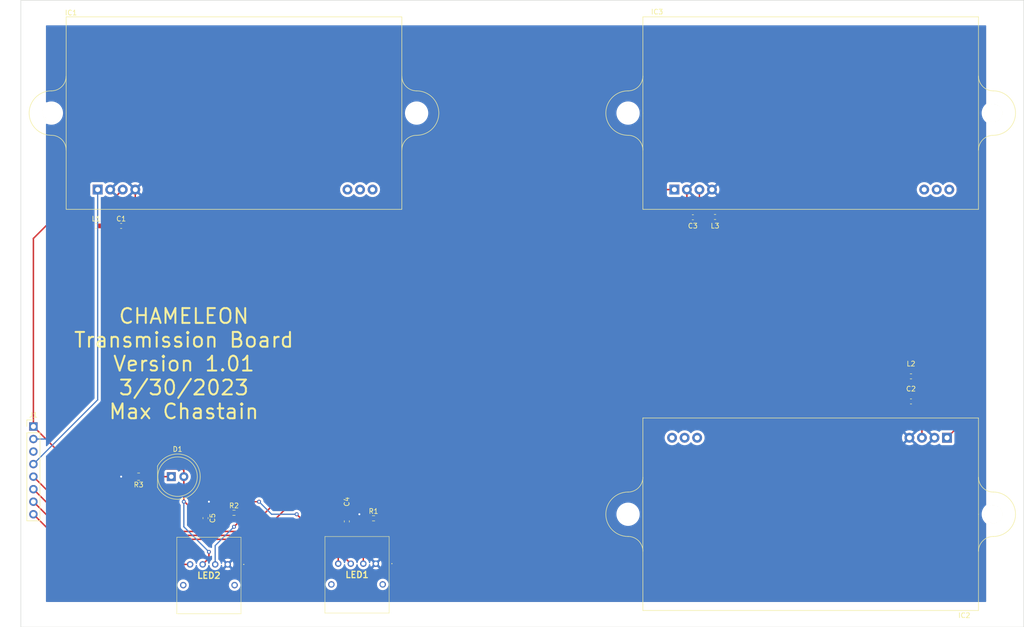
<source format=kicad_pcb>
(kicad_pcb (version 20211014) (generator pcbnew)
  (layers (0 "F.Cu" signal) (31 "B.Cu" signal) (34 "B.Paste" user) (35 "F.Paste" user) (36 "B.SilkS" user "B.Silkscreen") (37 "F.SilkS" user "F.Silkscreen") (38 "B.Mask" user) (39 "F.Mask" user) (44 "Edge.Cuts" user))
  (net 0 "")
  (net 1 "Net-(C1-Pad1)")
  (net 2 "GND")
  (net 3 "Net-(C2-Pad1)")
  (net 4 "Net-(C3-Pad1)")
  (net 5 "OUT1")
  (net 6 "OUT2")
  (net 7 "OUT3")
  (net 9 "IN1")
  (net 10 "IN2")
  (net 11 "Net-(LED1-Pad2)")
  (net 14 "Net-(LED2-Pad2)")
  (net 17 "VCC")
  (net 18 "Net-(D1-Pad1)")
  (footprint "Audio_Module:Reverb_BTDR-1H" (layer "F.Cu") (at 157.8 63.76)
    (fp_text reference "IC3" (at -3.5 -36) (layer "F.SilkS"))
    (fp_text value "TORX1950A_F_")
    (fp_line (start -6.38 4) (end 61.62 4) (layer "F.SilkS") (width 0.12))
    (fp_line (start -6.38 -15.5) (end -6.38 4) (layer "F.SilkS") (width 0.12))
    (fp_line (start 61.62 -35) (end 61.62 4) (layer "F.SilkS") (width 0.12))
    (fp_line (start -6.38 -15.5) (end -6.38 -35) (layer "F.SilkS") (width 0.12))
    (fp_line (start -6.38 -35) (end 61.62 -35) (layer "F.SilkS") (width 0.12))
    (fp_arc (start -9.38 -11) (mid -7.25868 -10.12132) (end -6.38 -8) (layer "F.SilkS") (width 0.12))
    (fp_arc (start 61.62 -8) (mid 62.49868 -10.12132) (end 64.62 -11) (layer "F.SilkS") (width 0.12))
    (fp_arc (start 64.62 -20) (mid 69.12 -15.5) (end 64.62 -11) (layer "F.SilkS") (width 0.12))
    (fp_arc (start -9.38 -11) (mid -13.88 -15.5) (end -9.38 -20) (layer "F.SilkS") (width 0.12))
    (fp_arc (start 64.62 -20) (mid 62.49868 -20.87868) (end 61.62 -23) (layer "F.SilkS") (width 0.12))
    (fp_arc (start -6.38 -23) (mid -7.25868 -20.87868) (end -9.38 -20) (layer "F.SilkS") (width 0.12))
    (fp_circle (center -9.38 -15.5) (end -7.63 -15.5) (layer "F.SilkS") (width 0.12) (fill none))
    (fp_circle (center 64.62 -15.5) (end 66.37 -15.5) (layer "F.SilkS") (width 0.12) (fill none))
    (pad "" np_thru_hole circle (at -9.38 -15.5) (size 3.7 3.7) (drill 3.7) (layers *.Cu *.Mask))
    (pad "" np_thru_hole circle (at 64.62 -15.5) (size 3.7 3.7) (drill 3.7) (layers *.Cu *.Mask))
    (pad "1" thru_hole rect (at 0 0) (size 2 2) (drill 1) (layers *.Cu *.Mask) (net 7 "OUT3"))
    (pad "2" thru_hole circle (at 2.54 0) (size 2 2) (drill 1) (layers *.Cu *.Mask) (net 2 "GND"))
    (pad "3" thru_hole circle (at 5.08 0) (size 2 2) (drill 1) (layers *.Cu *.Mask) (net 4 "Net-(C3-Pad1)"))
    (pad "4" thru_hole circle (at 7.62 0) (size 2 2) (drill 1) (layers *.Cu *.Mask) (net 2 "GND"))
    (pad "5" thru_hole circle (at 50.62 0) (size 2 2) (drill 1) (layers *.Cu *.Mask))
    (pad "6" thru_hole circle (at 53.16 0) (size 2 2) (drill 1) (layers *.Cu *.Mask))
    (pad "7" thru_hole circle (at 55.7 0) (size 2 2) (drill 1) (layers *.Cu *.Mask))
  )
  (footprint "KiCad:TOTX1950AF" (layer "F.Cu") (at 97.32 139.553733 180)
    (fp_text reference "LED1" (at 3.81 -2.25) (layer "F.SilkS") (effects (font (size 1.27 1.27) (thickness 0.254))))
    (fp_text value "TOTX1950A_F_" hide)
    (fp_line (start 10.31 -10) (end 10.31 5.5) (layer "F.SilkS") (width 0.1))
    (fp_line (start -2.69 5.5) (end -2.69 -10) (layer "F.SilkS") (width 0.1))
    (fp_line (start -3.3 0) (end -3.3 0) (layer "F.SilkS") (width 0.1))
    (fp_line (start 10.31 5.5) (end -2.69 5.5) (layer "F.SilkS") (width 0.1))
    (fp_line (start -2.69 -10) (end 10.31 -10) (layer "F.SilkS") (width 0.1))
    (fp_line (start -3.2 0) (end -3.2 0) (layer "F.SilkS") (width 0.1))
    (fp_arc (start -3.3 0) (mid -3.25 -0.05) (end -3.2 0) (layer "F.SilkS") (width 0.1))
    (fp_arc (start -3.2 0) (mid -3.25 0.05) (end -3.3 0) (layer "F.SilkS") (width 0.1))
    (pad "1" thru_hole circle locked (at 0 0 180) (size 1.303 1.303) (drill 0.76) (layers *.Cu *.Mask) (net 2 "GND"))
    (pad "2" thru_hole circle locked (at 2.54 0 180) (size 1.303 1.303) (drill 0.76) (layers *.Cu *.Mask) (net 11 "Net-(LED1-Pad2)"))
    (pad "3" thru_hole circle locked (at 5.08 0 180) (size 1.303 1.303) (drill 0.76) (layers *.Cu *.Mask) (net 17 "VCC"))
    (pad "4" thru_hole circle locked (at 7.62 0 180) (size 1.303 1.303) (drill 0.76) (layers *.Cu *.Mask) (net 9 "IN1"))
    (pad "5" thru_hole circle locked (at 9.01 -4.2 180) (size 1.3 1.3) (drill 0.8) (layers *.Cu *.Mask))
    (pad "6" thru_hole circle locked (at -1.39 -4.2 180) (size 1.3 1.3) (drill 0.8) (layers *.Cu *.Mask))
  )
  (footprint "Inductor_SMD:L_0603_1608Metric_Pad1.05x0.95mm_HandSolder" (layer "F.Cu") (at 40.64 71.12)
    (fp_text reference "L1" (at 0 -1.43) (layer "F.SilkS"))
    (fp_text value "47u")
    (fp_line (start -0.171267 -0.51) (end 0.171267 -0.51) (layer "F.SilkS") (width 0.12))
    (fp_line (start -0.171267 0.51) (end 0.171267 0.51) (layer "F.SilkS") (width 0.12))
    (pad "1" smd roundrect (at -0.875 0) (size 1.05 0.95) (layers "F.Cu" "F.Paste" "F.Mask") (net 17 "VCC"))
    (pad "2" smd roundrect (at 0.875 0) (size 1.05 0.95) (layers "F.Cu" "F.Paste" "F.Mask") (net 1 "Net-(C1-Pad1)"))
  )
  (footprint "Capacitor_SMD:C_0603_1608Metric_Pad1.08x0.95mm_HandSolder" (layer "F.Cu") (at 62.81 130.323767 -90)
    (fp_text reference "C5" (at 0 -1.43 90) (layer "F.SilkS"))
    (fp_text value "0.1u")
    (fp_line (start -0.146267 -0.51) (end 0.146267 -0.51) (layer "F.SilkS") (width 0.12))
    (fp_line (start -0.146267 0.51) (end 0.146267 0.51) (layer "F.SilkS") (width 0.12))
    (pad "1" smd roundrect (at -0.8625 0 270) (size 1.075 0.95) (layers "F.Cu" "F.Paste" "F.Mask") (net 2 "GND"))
    (pad "2" smd roundrect (at 0.8625 0 270) (size 1.075 0.95) (layers "F.Cu" "F.Paste" "F.Mask") (net 17 "VCC"))
  )
  (footprint "Resistor_SMD:R_0603_1608Metric_Pad0.98x0.95mm_HandSolder" (layer "F.Cu") (at 96.85362 130.366233)
    (fp_text reference "R1" (at 0 -1.43) (layer "F.SilkS"))
    (fp_text value "5.6k")
    (fp_line (start -0.254724 0.5225) (end 0.254724 0.5225) (layer "F.SilkS") (width 0.12))
    (fp_line (start -0.254724 -0.5225) (end 0.254724 -0.5225) (layer "F.SilkS") (width 0.12))
    (pad "1" smd roundrect (at -0.9125 0) (size 0.975 0.95) (layers "F.Cu" "F.Paste" "F.Mask") (net 17 "VCC"))
    (pad "2" smd roundrect (at 0.9125 0) (size 0.975 0.95) (layers "F.Cu" "F.Paste" "F.Mask") (net 11 "Net-(LED1-Pad2)"))
  )
  (footprint "Capacitor_SMD:C_0603_1608Metric_Pad1.08x0.95mm_HandSolder" (layer "F.Cu") (at 161.545068 69.37 180)
    (fp_text reference "C3" (at 0 -1.75) (layer "F.SilkS"))
    (fp_text value "0.1u")
    (fp_line (start -0.146267 0.51) (end 0.146267 0.51) (layer "F.SilkS") (width 0.12))
    (fp_line (start -0.146267 -0.51) (end 0.146267 -0.51) (layer "F.SilkS") (width 0.12))
    (pad "1" smd roundrect (at -0.8625 0 180) (size 1.075 0.95) (layers "F.Cu" "F.Paste" "F.Mask") (net 4 "Net-(C3-Pad1)"))
    (pad "2" smd roundrect (at 0.8625 0 180) (size 1.075 0.95) (layers "F.Cu" "F.Paste" "F.Mask") (net 2 "GND"))
  )
  (footprint "Audio_Module:Reverb_BTDR-1H" (layer "F.Cu") (at 213.04 114.04 180)
    (fp_text reference "IC2" (at -3.5 -36) (layer "F.SilkS"))
    (fp_text value "TORX1950A_F_")
    (fp_line (start -6.38 -15.5) (end -6.38 -35) (layer "F.SilkS") (width 0.12))
    (fp_line (start 61.62 -35) (end 61.62 4) (layer "F.SilkS") (width 0.12))
    (fp_line (start -6.38 -35) (end 61.62 -35) (layer "F.SilkS") (width 0.12))
    (fp_line (start -6.38 -15.5) (end -6.38 4) (layer "F.SilkS") (width 0.12))
    (fp_line (start -6.38 4) (end 61.62 4) (layer "F.SilkS") (width 0.12))
    (fp_arc (start 64.62 -20) (mid 62.49868 -20.87868) (end 61.62 -23) (layer "F.SilkS") (width 0.12))
    (fp_arc (start -9.38 -11) (mid -13.88 -15.5) (end -9.38 -20) (layer "F.SilkS") (width 0.12))
    (fp_arc (start -6.38 -23) (mid -7.25868 -20.87868) (end -9.38 -20) (layer "F.SilkS") (width 0.12))
    (fp_arc (start 64.62 -20) (mid 69.12 -15.5) (end 64.62 -11) (layer "F.SilkS") (width 0.12))
    (fp_arc (start -9.38 -11) (mid -7.25868 -10.12132) (end -6.38 -8) (layer "F.SilkS") (width 0.12))
    (fp_arc (start 61.62 -8) (mid 62.49868 -10.12132) (end 64.62 -11) (layer "F.SilkS") (width 0.12))
    (fp_circle (center -9.38 -15.5) (end -7.63 -15.5) (layer "F.SilkS") (width 0.12) (fill none))
    (fp_circle (center 64.62 -15.5) (end 66.37 -15.5) (layer "F.SilkS") (width 0.12) (fill none))
    (pad "" np_thru_hole circle (at 64.62 -15.5 180) (size 3.7 3.7) (drill 3.7) (layers *.Cu *.Mask))
    (pad "" np_thru_hole circle (at -9.38 -15.5 180) (size 3.7 3.7) (drill 3.7) (layers *.Cu *.Mask))
    (pad "1" thru_hole rect (at 0 0 180) (size 2 2) (drill 1) (layers *.Cu *.Mask) (net 6 "OUT2"))
    (pad "2" thru_hole circle (at 2.54 0 180) (size 2 2) (drill 1) (layers *.Cu *.Mask) (net 2 "GND"))
    (pad "3" thru_hole circle (at 5.08 0 180) (size 2 2) (drill 1) (layers *.Cu *.Mask) (net 3 "Net-(C2-Pad1)"))
    (pad "4" thru_hole circle (at 7.62 0 180) (size 2 2) (drill 1) (layers *.Cu *.Mask) (net 2 "GND"))
    (pad "5" thru_hole circle (at 50.62 0 180) (size 2 2) (drill 1) (layers *.Cu *.Mask))
    (pad "6" thru_hole circle (at 53.16 0 180) (size 2 2) (drill 1) (layers *.Cu *.Mask))
    (pad "7" thru_hole circle (at 55.7 0 180) (size 2 2) (drill 1) (layers *.Cu *.Mask))
  )
  (footprint "Inductor_SMD:L_0603_1608Metric_Pad1.05x0.95mm_HandSolder" (layer "F.Cu") (at 205.74 101.6)
    (fp_text reference "L2" (at 0 -2.54) (layer "F.SilkS"))
    (fp_text value "47u")
    (fp_line (start -0.171267 -0.51) (end 0.171267 -0.51) (layer "F.SilkS") (width 0.12))
    (fp_line (start -0.171267 0.51) (end 0.171267 0.51) (layer "F.SilkS") (width 0.12))
    (pad "1" smd roundrect (at -0.875 0) (size 1.05 0.95) (layers "F.Cu" "F.Paste" "F.Mask") (net 17 "VCC"))
    (pad "2" smd roundrect (at 0.875 0) (size 1.05 0.95) (layers "F.Cu" "F.Paste" "F.Mask") (net 3 "Net-(C2-Pad1)"))
  )
  (footprint "Capacitor_SMD:C_0603_1608Metric_Pad1.08x0.95mm_HandSolder" (layer "F.Cu") (at 45.72 71.12)
    (fp_text reference "C1" (at 0 -1.43) (layer "F.SilkS"))
    (fp_text value "0.1u")
    (fp_line (start -0.146267 0.51) (end 0.146267 0.51) (layer "F.SilkS") (width 0.12))
    (fp_line (start -0.146267 -0.51) (end 0.146267 -0.51) (layer "F.SilkS") (width 0.12))
    (pad "1" smd roundrect (at -0.8625 0) (size 1.075 0.95) (layers "F.Cu" "F.Paste" "F.Mask") (net 1 "Net-(C1-Pad1)"))
    (pad "2" smd roundrect (at 0.8625 0) (size 1.075 0.95) (layers "F.Cu" "F.Paste" "F.Mask") (net 2 "GND"))
  )
  (footprint "Inductor_SMD:L_0603_1608Metric_Pad1.05x0.95mm_HandSolder" (layer "F.Cu") (at 166.04 69.31 180)
    (fp_text reference "L3" (at 0 -1.81) (layer "F.SilkS"))
    (fp_text value "47u")
    (fp_line (start -0.171267 -0.51) (end 0.171267 -0.51) (layer "F.SilkS") (width 0.12))
    (fp_line (start -0.171267 0.51) (end 0.171267 0.51) (layer "F.SilkS") (width 0.12))
    (pad "1" smd roundrect (at -0.875 0 180) (size 1.05 0.95) (layers "F.Cu" "F.Paste" "F.Mask") (net 17 "VCC"))
    (pad "2" smd roundrect (at 0.875 0 180) (size 1.05 0.95) (layers "F.Cu" "F.Paste" "F.Mask") (net 4 "Net-(C3-Pad1)"))
  )
  (footprint "Capacitor_SMD:C_0603_1608Metric_Pad1.08x0.95mm_HandSolder" (layer "F.Cu") (at 91.44 130.986233 -90)
    (fp_text reference "C4" (at -3.986233 0 90) (layer "F.SilkS"))
    (fp_text value "0.1u")
    (fp_line (start -0.146267 0.51) (end 0.146267 0.51) (layer "F.SilkS") (width 0.12))
    (fp_line (start -0.146267 -0.51) (end 0.146267 -0.51) (layer "F.SilkS") (width 0.12))
    (pad "1" smd roundrect (at -0.8625 0 270) (size 1.075 0.95) (layers "F.Cu" "F.Paste" "F.Mask") (net 2 "GND"))
    (pad "2" smd roundrect (at 0.8625 0 270) (size 1.075 0.95) (layers "F.Cu" "F.Paste" "F.Mask") (net 17 "VCC"))
  )
  (footprint "Resistor_SMD:R_0603_1608Metric_Pad0.98x0.95mm_HandSolder" (layer "F.Cu") (at 68.58 129.2375)
    (fp_text reference "R2" (at 0 -1.43) (layer "F.SilkS"))
    (fp_text value "5.6k")
    (fp_line (start -0.254724 -0.5225) (end 0.254724 -0.5225) (layer "F.SilkS") (width 0.12))
    (fp_line (start -0.254724 0.5225) (end 0.254724 0.5225) (layer "F.SilkS") (width 0.12))
    (pad "1" smd roundrect (at -0.9125 0) (size 0.975 0.95) (layers "F.Cu" "F.Paste" "F.Mask") (net 17 "VCC"))
    (pad "2" smd roundrect (at 0.9125 0) (size 0.975 0.95) (layers "F.Cu" "F.Paste" "F.Mask") (net 14 "Net-(LED2-Pad2)"))
  )
  (footprint "Audio_Module:Reverb_BTDR-1H" (layer "F.Cu") (at 40.96 63.76)
    (fp_text reference "IC1" (at -5.4 -35.82) (layer "F.SilkS"))
    (fp_text value "TORX1950A_F_")
    (fp_line (start -6.38 -15.5) (end -6.38 4) (layer "F.SilkS") (width 0.12))
    (fp_line (start -6.38 -15.5) (end -6.38 -35) (layer "F.SilkS") (width 0.12))
    (fp_line (start 61.62 -35) (end 61.62 4) (layer "F.SilkS") (width 0.12))
    (fp_line (start -6.38 -35) (end 61.62 -35) (layer "F.SilkS") (width 0.12))
    (fp_line (start -6.38 4) (end 61.62 4) (layer "F.SilkS") (width 0.12))
    (fp_arc (start 64.62 -20) (mid 62.49868 -20.87868) (end 61.62 -23) (layer "F.SilkS") (width 0.12))
    (fp_arc (start -6.38 -23) (mid -7.25868 -20.87868) (end -9.38 -20) (layer "F.SilkS") (width 0.12))
    (fp_arc (start 61.62 -8) (mid 62.49868 -10.12132) (end 64.62 -11) (layer "F.SilkS") (width 0.12))
    (fp_arc (start -9.38 -11) (mid -13.88 -15.5) (end -9.38 -20) (layer "F.SilkS") (width 0.12))
    (fp_arc (start -9.38 -11) (mid -7.25868 -10.12132) (end -6.38 -8) (layer "F.SilkS") (width 0.12))
    (fp_arc (start 64.62 -20) (mid 69.12 -15.5) (end 64.62 -11) (layer "F.SilkS") (width 0.12))
    (fp_circle (center 64.62 -15.5) (end 66.37 -15.5) (layer "F.SilkS") (width 0.12) (fill none))
    (fp_circle (center -9.38 -15.5) (end -7.63 -15.5) (layer "F.SilkS") (width 0.12) (fill none))
    (pad "" np_thru_hole circle (at -9.38 -15.5) (size 3.7 3.7) (drill 3.7) (layers *.Cu *.Mask))
    (pad "" np_thru_hole circle (at 64.62 -15.5) (size 3.7 3.7) (drill 3.7) (layers *.Cu *.Mask))
    (pad "1" thru_hole rect (at 0 0) (size 2 2) (drill 1) (layers *.Cu *.Mask) (net 5 "OUT1"))
    (pad "2" thru_hole circle (at 2.54 0) (size 2 2) (drill 1) (layers *.Cu *.Mask) (net 2 "GND"))
    (pad "3" thru_hole circle (at 5.08 0) (size 2 2) (drill 1) (layers *.Cu *.Mask) (net 1 "Net-(C1-Pad1)"))
    (pad "4" thru_hole circle (at 7.62 0) (size 2 2) (drill 1) (layers *.Cu *.Mask) (net 2 "GND"))
    (pad "5" thru_hole circle (at 50.62 0) (size 2 2) (drill 1) (layers *.Cu *.Mask))
    (pad "6" thru_hole circle (at 53.16 0) (size 2 2) (drill 1) (layers *.Cu *.Mask))
    (pad "7" thru_hole circle (at 55.7 0) (size 2 2) (drill 1) (layers *.Cu *.Mask))
  )
  (footprint "KiCad:TOTX1950AF" (layer "F.Cu") (at 67.31 139.7 180)
    (fp_text reference "LED2" (at 3.81 -2.25) (layer "F.SilkS") (effects (font (size 1.27 1.27) (thickness 0.254))))
    (fp_text value "TOTX1950A_F_" hide)
    (fp_line (start -2.69 -10) (end 10.31 -10) (layer "F.SilkS") (width 0.1))
    (fp_line (start 10.31 -10) (end 10.31 5.5) (layer "F.SilkS") (width 0.1))
    (fp_line (start -2.69 5.5) (end -2.69 -10) (layer "F.SilkS") (width 0.1))
    (fp_line (start 10.31 5.5) (end -2.69 5.5) (layer "F.SilkS") (width 0.1))
    (fp_line (start -3.2 0) (end -3.2 0) (layer "F.SilkS") (width 0.1))
    (fp_line (start -3.3 0) (end -3.3 0) (layer "F.SilkS") (width 0.1))
    (fp_arc (start -3.3 0) (mid -3.25 -0.05) (end -3.2 0) (layer "F.SilkS") (width 0.1))
    (fp_arc (start -3.2 0) (mid -3.25 0.05) (end -3.3 0) (layer "F.SilkS") (width 0.1))
    (pad "1" thru_hole circle locked (at 0 0 180) (size 1.303 1.303) (drill 0.76) (layers *.Cu *.Mask) (net 2 "GND"))
    (pad "2" thru_hole circle locked (at 2.54 0 180) (size 1.303 1.303) (drill 0.76) (layers *.Cu *.Mask) (net 14 "Net-(LED2-Pad2)"))
    (pad "3" thru_hole circle locked (at 5.08 0 180) (size 1.303 1.303) (drill 0.76) (layers *.Cu *.Mask) (net 17 "VCC"))
    (pad "4" thru_hole circle locked (at 7.62 0 180) (size 1.303 1.303) (drill 0.76) (layers *.Cu *.Mask) (net 10 "IN2"))
    (pad "5" thru_hole circle locked (at 9.01 -4.2 180) (size 1.3 1.3) (drill 0.8) (layers *.Cu *.Mask))
    (pad "6" thru_hole circle locked (at -1.39 -4.2 180) (size 1.3 1.3) (drill 0.8) (layers *.Cu *.Mask))
  )
  (footprint "LED_THT:LED_D8.0mm" (layer "F.Cu") (at 55.88 121.92)
    (fp_text reference "D1" (at 1.27 -5.56) (layer "F.SilkS"))
    (fp_text value "LED")
    (fp_line (start -2.79 -2.142) (end -2.79 2.142) (layer "F.SilkS") (width 0.12))
    (fp_arc (start -2.79 -2.141145) (mid 2.373119 -4.455472) (end 5.86 0.000486) (layer "F.SilkS") (width 0.12))
    (fp_arc (start 5.86 -0.000486) (mid 2.373119 4.455472) (end -2.79 2.141145) (layer "F.SilkS") (width 0.12))
    (fp_circle (center 1.27 0) (end 5.27 0) (layer "F.SilkS") (width 0.12) (fill none))
    (pad "1" thru_hole rect (at 0 0) (size 1.8 1.8) (drill 0.9) (layers *.Cu *.Mask) (net 18 "Net-(D1-Pad1)"))
    (pad "2" thru_hole circle (at 2.54 0) (size 1.8 1.8) (drill 0.9) (layers *.Cu *.Mask) (net 17 "VCC"))
  )
  (footprint "Resistor_SMD:R_0805_2012Metric_Pad1.20x1.40mm_HandSolder" (layer "F.Cu") (at 49.26 121.92 180)
    (fp_text reference "R3" (at 0 -1.65) (layer "F.SilkS"))
    (fp_text value "1.5k")
    (fp_line (start -0.227064 0.735) (end 0.227064 0.735) (layer "F.SilkS") (width 0.12))
    (fp_line (start -0.227064 -0.735) (end 0.227064 -0.735) (layer "F.SilkS") (width 0.12))
    (pad "1" smd roundrect (at -1 0 180) (size 1.2 1.4) (layers "F.Cu" "F.Paste" "F.Mask") (roundrect_rratio 0.208333) (net 18 "Net-(D1-Pad1)"))
    (pad "2" smd roundrect (at 1 0 180) (size 1.2 1.4) (layers "F.Cu" "F.Paste" "F.Mask") (roundrect_rratio 0.208333) (net 2 "GND"))
  )
  (footprint "Capacitor_SMD:C_0603_1608Metric_Pad1.08x0.95mm_HandSolder" (layer "F.Cu") (at 205.74 106.68 180)
    (fp_text reference "C2" (at 0 2.54) (layer "F.SilkS"))
    (fp_text value "0.1u")
    (fp_line (start -0.146267 -0.51) (end 0.146267 -0.51) (layer "F.SilkS") (width 0.12))
    (fp_line (start -0.146267 0.51) (end 0.146267 0.51) (layer "F.SilkS") (width 0.12))
    (pad "1" smd roundrect (at -0.8625 0 180) (size 1.075 0.95) (layers "F.Cu" "F.Paste" "F.Mask") (net 3 "Net-(C2-Pad1)"))
    (pad "2" smd roundrect (at 0.8625 0 180) (size 1.075 0.95) (layers "F.Cu" "F.Paste" "F.Mask") (net 2 "GND"))
  )
  (footprint "Connector_PinHeader_2.54mm:PinHeader_1x08_P2.54mm_Vertical" (layer "F.Cu") (at 27.94 111.76)
    (fp_text reference "J1" (at 0 -2.33) (layer "F.SilkS"))
    (fp_text value "Conn_01x08_Male")
    (fp_line (start -1.33 19.11) (end 1.33 19.11) (layer "F.SilkS") (width 0.12))
    (fp_line (start -1.33 0) (end -1.33 -1.33) (layer "F.SilkS") (width 0.12))
    (fp_line (start 1.33 1.27) (end 1.33 19.11) (layer "F.SilkS") (width 0.12))
    (fp_line (start -1.33 -1.33) (end 0 -1.33) (layer "F.SilkS") (width 0.12))
    (fp_line (start -1.33 1.27) (end 1.33 1.27) (layer "F.SilkS") (width 0.12))
    (fp_line (start -1.33 1.27) (end -1.33 19.11) (layer "F.SilkS") (width 0.12))
    (pad "1" thru_hole rect (at 0 0) (size 1.7 1.7) (drill 1) (layers *.Cu *.Mask) (net 17 "VCC"))
    (pad "2" thru_hole oval (at 0 2.54) (size 1.7 1.7) (drill 1) (layers *.Cu *.Mask) (net 2 "GND"))
    (pad "3" thru_hole oval (at 0 5.08) (size 1.7 1.7) (drill 1) (layers *.Cu *.Mask))
    (pad "4" thru_hole oval (at 0 7.62) (size 1.7 1.7) (drill 1) (layers *.Cu *.Mask) (net 5 "OUT1"))
    (pad "5" thru_hole oval (at 0 10.16) (size 1.7 1.7) (drill 1) (layers *.Cu *.Mask) (net 6 "OUT2"))
    (pad "6" thru_hole oval (at 0 12.7) (size 1.7 1.7) (drill 1) (layers *.Cu *.Mask) (net 7 "OUT3"))
    (pad "7" thru_hole oval (at 0 15.24) (size 1.7 1.7) (drill 1) (layers *.Cu *.Mask) (net 9 "IN1"))
    (pad "8" thru_hole oval (at 0 17.78) (size 1.7 1.7) (drill 1) (layers *.Cu *.Mask) (net 10 "IN2"))
  )
  (gr_rect (start 25.4 25.4) (end 228.6 152.4) (layer "Edge.Cuts") (width 0.1) (fill none))
  (gr_text "CHAMELEON\nTransmission Board\nVersion 1.01\n3/30/2023\nMax Chastain" (at 58.42 99.06) (layer "F.SilkS") (effects (font (size 3 3) (thickness 0.4))))
  (segment (start 44.8575 71.12) (end 41.515 71.12) (width 0.3) (layer "F.Cu") (net 1))
  (segment (start 46.04 63.76) (end 44.8575 64.9425) (width 0.3) (layer "F.Cu") (net 1))
  (segment (start 44.8575 64.9425) (end 44.8575 71.12) (width 0.3) (layer "F.Cu") (net 1))
  (segment (start 63.5 128.771267) (end 63.5 127) (width 0.3) (layer "F.Cu") (net 2))
  (segment (start 203.2 111.82) (end 205.42 114.04) (width 0.3) (layer "F.Cu") (net 2))
  (segment (start 48.26 121.92) (end 45.72 121.92) (width 0.3) (layer "F.Cu") (net 2))
  (segment (start 92.023733 129.54) (end 93.98 129.54) (width 0.25) (layer "F.Cu") (net 2))
  (segment (start 203.2 108.3575) (end 203.2 111.82) (width 0.3) (layer "F.Cu") (net 2))
  (segment (start 160.34 69.027432) (end 160.34 63.76) (width 0.3) (layer "F.Cu") (net 2))
  (segment (start 204.8775 106.68) (end 203.2 108.3575) (width 0.3) (layer "F.Cu") (net 2))
  (segment (start 46.5825 71.12) (end 48.58 69.1225) (width 0.3) (layer "F.Cu") (net 2))
  (segment (start 160.682568 69.37) (end 160.34 69.027432) (width 0.3) (layer "F.Cu") (net 2))
  (segment (start 48.58 69.1225) (end 48.58 63.76) (width 0.3) (layer "F.Cu") (net 2))
  (segment (start 91.44 130.123733) (end 92.023733 129.54) (width 0.25) (layer "F.Cu") (net 2))
  (segment (start 62.81 129.461267) (end 63.5 128.771267) (width 0.3) (layer "F.Cu") (net 2))
  (via (at 63.5 127) (size 0.8) (drill 0.4) (layers "F.Cu" "B.Cu") (net 2))
  (via (at 45.72 121.92) (size 0.8) (drill 0.4) (layers "F.Cu" "B.Cu") (net 2))
  (via (at 93.98 129.54) (size 0.8) (drill 0.4) (layers "F.Cu" "B.Cu") (net 2))
  (segment (start 27.94 114.3) (end 30.48 114.3) (width 0.25) (layer "B.Cu") (net 2))
  (segment (start 207.96 114.04) (end 207.96 108.0375) (width 0.3) (layer "F.Cu") (net 3))
  (segment (start 206.6025 101.6125) (end 206.6025 106.68) (width 0.3) (layer "F.Cu") (net 3))
  (segment (start 207.96 108.0375) (end 206.6025 106.68) (width 0.3) (layer "F.Cu") (net 3))
  (segment (start 206.615 101.6) (end 206.6025 101.6125) (width 0.3) (layer "F.Cu") (net 3))
  (segment (start 165.165 69.31) (end 162.467568 69.31) (width 0.3) (layer "F.Cu") (net 4))
  (segment (start 162.467568 69.31) (end 162.407568 69.37) (width 0.3) (layer "F.Cu") (net 4))
  (segment (start 162.407568 69.37) (end 162.88 68.897568) (width 0.3) (layer "F.Cu") (net 4))
  (segment (start 162.88 68.897568) (end 162.88 63.76) (width 0.3) (layer "F.Cu") (net 4))
  (segment (start 40.96 106.36) (end 27.94 119.38) (width 0.25) (layer "B.Cu") (net 5))
  (segment (start 40.96 63.76) (end 40.96 106.36) (width 0.25) (layer "B.Cu") (net 5))
  (segment (start 71.12 133.02) (end 143.18 60.96) (width 0.3) (layer "F.Cu") (net 6))
  (segment (start 213.033453 60.96) (end 215.15 63.076547) (width 0.3) (layer "F.Cu") (net 6))
  (segment (start 143.18 60.96) (end 213.033453 60.96) (width 0.3) (layer "F.Cu") (net 6))
  (segment (start 39.04 133.02) (end 71.12 133.02) (width 0.3) (layer "F.Cu") (net 6))
  (segment (start 27.94 121.92) (end 39.04 133.02) (width 0.3) (layer "F.Cu") (net 6))
  (segment (start 215.15 111.93) (end 213.04 114.04) (width 0.3) (layer "F.Cu") (net 6))
  (segment (start 215.15 63.076547) (end 215.15 111.93) (width 0.3) (layer "F.Cu") (net 6))
  (segment (start 73.66 133.82) (end 143.72 63.76) (width 0.3) (layer "F.Cu") (net 7))
  (segment (start 27.94 124.46) (end 37.3 133.82) (width 0.3) (layer "F.Cu") (net 7))
  (segment (start 37.3 133.82) (end 73.66 133.82) (width 0.3) (layer "F.Cu") (net 7))
  (segment (start 143.72 63.76) (end 157.8 63.76) (width 0.3) (layer "F.Cu") (net 7))
  (segment (start 27.94 127) (end 35.56 134.62) (width 0.3) (layer "F.Cu") (net 9))
  (segment (start 89.7 137.96) (end 89.7 139.553733) (width 0.3) (layer "F.Cu") (net 9))
  (segment (start 35.56 134.62) (end 86.36 134.62) (width 0.3) (layer "F.Cu") (net 9))
  (segment (start 86.36 134.62) (end 89.7 137.96) (width 0.3) (layer "F.Cu") (net 9))
  (segment (start 59.69 139.7) (end 38.1 139.7) (width 0.3) (layer "F.Cu") (net 10))
  (segment (start 38.1 139.7) (end 27.94 129.54) (width 0.3) (layer "F.Cu") (net 10))
  (segment (start 94.78 139.553733) (end 94.78 133.352353) (width 0.3) (layer "F.Cu") (net 11))
  (segment (start 94.78 133.352353) (end 97.76612 130.366233) (width 0.3) (layer "F.Cu") (net 11))
  (segment (start 69.4925 129.2375) (end 69.4925 131.1675) (width 0.3) (layer "F.Cu") (net 14))
  (segment (start 69.4925 131.1675) (end 68.58 132.08) (width 0.3) (layer "F.Cu") (net 14))
  (via (at 68.58 132.08) (size 0.8) (drill 0.4) (layers "F.Cu" "B.Cu") (net 14))
  (segment (start 64.77 139.7) (end 64.77 135.89) (width 0.25) (layer "B.Cu") (net 14))
  (segment (start 64.77 135.89) (end 68.58 132.08) (width 0.25) (layer "B.Cu") (net 14))
  (segment (start 67.6675 129.2375) (end 69.905 127) (width 0.25) (layer "F.Cu") (net 17))
  (segment (start 193.04 71.12) (end 204.865 82.945) (width 0.3) (layer "F.Cu") (net 17))
  (segment (start 63.5 138.43) (end 63.5 137.16) (width 0.3) (layer "F.Cu") (net 17))
  (segment (start 95.94112 130.366233) (end 94.45862 131.848733) (width 0.3) (layer "F.Cu") (net 17))
  (segment (start 27.94 111.76) (end 36.55 120.37) (width 0.3) (layer "F.Cu") (net 17))
  (segment (start 166.915 69.31) (end 166.91 69.31) (width 0.3) (layer "F.Cu") (net 17))
  (segment (start 166.91 69.31) (end 160.02 76.2) (width 0.3) (layer "F.Cu") (net 17))
  (segment (start 83.588733 131.848733) (end 81.28 129.54) (width 0.3) (layer "F.Cu") (net 17))
  (segment (start 30.48 71.12) (end 27.94 73.66) (width 0.3) (layer "F.Cu") (net 17))
  (segment (start 58.42 121.92) (end 58.42 126.863882) (width 0.3) (layer "F.Cu") (net 17))
  (segment (start 66.3425 129.2375) (end 64.393733 131.186267) (width 0.25) (layer "F.Cu") (net 17))
  (segment (start 69.905 127) (end 73.66 127) (width 0.25) (layer "F.Cu") (net 17))
  (segment (start 160.02 76.2) (end 150.107353 76.2) (width 0.3) (layer "F.Cu") (net 17))
  (segment (start 62.742385 131.186267) (end 62.81 131.186267) (width 0.3) (layer "F.Cu") (net 17))
  (segment (start 64.393733 131.186267) (end 62.81 131.186267) (width 0.25) (layer "F.Cu") (net 17))
  (segment (start 58.42 120.647208) (end 58.42 121.92) (width 0.3) (layer "F.Cu") (net 17))
  (segment (start 27.94 73.66) (end 27.94 111.76) (width 0.3) (layer "F.Cu") (net 17))
  (segment (start 36.55 120.37) (end 58.142792 120.37) (width 0.3) (layer "F.Cu") (net 17))
  (segment (start 67.6675 129.2375) (end 66.3425 129.2375) (width 0.25) (layer "F.Cu") (net 17))
  (segment (start 62.23 139.7) (end 63.5 138.43) (width 0.3) (layer "F.Cu") (net 17))
  (segment (start 58.142792 120.37) (end 58.42 120.647208) (width 0.3) (layer "F.Cu") (net 17))
  (segment (start 204.865 82.945) (end 204.865 101.6) (width 0.3) (layer "F.Cu") (net 17))
  (segment (start 150.107353 76.2) (end 95.94112 130.366233) (width 0.3) (layer "F.Cu") (net 17))
  (segment (start 58.42 126.863882) (end 62.742385 131.186267) (width 0.3) (layer "F.Cu") (net 17))
  (segment (start 94.45862 131.848733) (end 91.44 131.848733) (width 0.3) (layer "F.Cu") (net 17))
  (segment (start 166.915 69.31) (end 168.725 71.12) (width 0.3) (layer "F.Cu") (net 17))
  (segment (start 91.44 131.848733) (end 83.588733 131.848733) (width 0.3) (layer "F.Cu") (net 17))
  (segment (start 39.765 71.12) (end 30.48 71.12) (width 0.3) (layer "F.Cu") (net 17))
  (segment (start 92.24 139.553733) (end 91.44 138.753733) (width 0.3) (layer "F.Cu") (net 17))
  (segment (start 168.725 71.12) (end 193.04 71.12) (width 0.3) (layer "F.Cu") (net 17))
  (segment (start 91.44 138.753733) (end 91.44 131.848733) (width 0.3) (layer "F.Cu") (net 17))
  (via (at 73.66 127) (size 0.8) (drill 0.4) (layers "F.Cu" "B.Cu") (net 17))
  (via (at 58.42 127) (size 0.8) (drill 0.4) (layers "F.Cu" "B.Cu") (net 17))
  (via (at 81.28 129.54) (size 0.8) (drill 0.4) (layers "F.Cu" "B.Cu") (net 17))
  (via (at 63.5 137.16) (size 0.8) (drill 0.4) (layers "F.Cu" "B.Cu") (net 17))
  (segment (start 76.2 129.54) (end 81.28 129.54) (width 0.25) (layer "B.Cu") (net 17))
  (segment (start 73.66 127) (end 76.2 129.54) (width 0.25) (layer "B.Cu") (net 17))
  (segment (start 58.42 132.08) (end 63.5 137.16) (width 0.25) (layer "B.Cu") (net 17))
  (segment (start 58.42 127) (end 58.42 132.08) (width 0.25) (layer "B.Cu") (net 17))
  (segment (start 55.88 121.92) (end 50.26 121.92) (width 0.3) (layer "F.Cu") (net 18))
  (zone (net 2) (net_name "GND") (layer "B.Cu") (connect_pads (clearance 0.508)) (min_thickness 0.254) (fill yes (thermal_gap 0.508) (thermal_bridge_width 0.508))
    (polygon (pts (xy 220.98 147.32) (xy 30.48 147.32) (xy 30.48 30.48) (xy 220.98 30.48)))
  )
)
</source>
